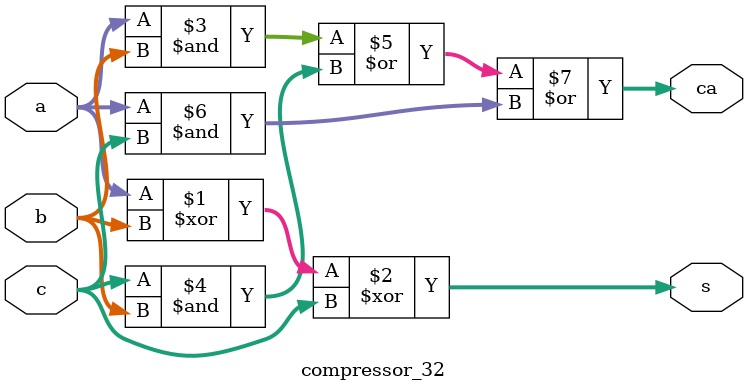
<source format=v>
/*Copyright 2019-2021 T-Head Semiconductor Co., Ltd.

Licensed under the Apache License, Version 2.0 (the "License");
you may not use this file except in compliance with the License.
You may obtain a copy of the License at

    http://www.apache.org/licenses/LICENSE-2.0

Unless required by applicable law or agreed to in writing, software
distributed under the License is distributed on an "AS IS" BASIS,
WITHOUT WARRANTIES OR CONDITIONS OF ANY KIND, either express or implied.
See the License for the specific language governing permissions and
limitations under the License.
*/

module compressor_32(a,b,c,s,ca);
parameter B_SIZE = 8;
input  [B_SIZE-1:0] a;
input  [B_SIZE-1:0] b;
input  [B_SIZE-1:0] c;
output [B_SIZE-1:0] s;
output [B_SIZE-1:0] ca;

wire [B_SIZE-1:0] s;
wire [B_SIZE-1:0]ca;

assign s[B_SIZE-1:0]  = a[B_SIZE-1:0]^b[B_SIZE-1:0]^c[B_SIZE-1:0];
assign ca[B_SIZE-1:0] = (a[B_SIZE-1:0]&b[B_SIZE-1:0])
                      | (c[B_SIZE-1:0]&b[B_SIZE-1:0])
                      | (a[B_SIZE-1:0]&c[B_SIZE-1:0]);

//reg   [B_SIZE-1:0]s,ca;
//integer i;
//always @(a[B_SIZE-1:0]
//      or b[B_SIZE-1:0]
//      or c[B_SIZE-1:0])
//begin
//  for(i= 0;i<B_SIZE;i=i+1) begin
//    {ca[i],s[i]} =  a[i] + b[i] +  c[i];
//  end
//end
endmodule

</source>
